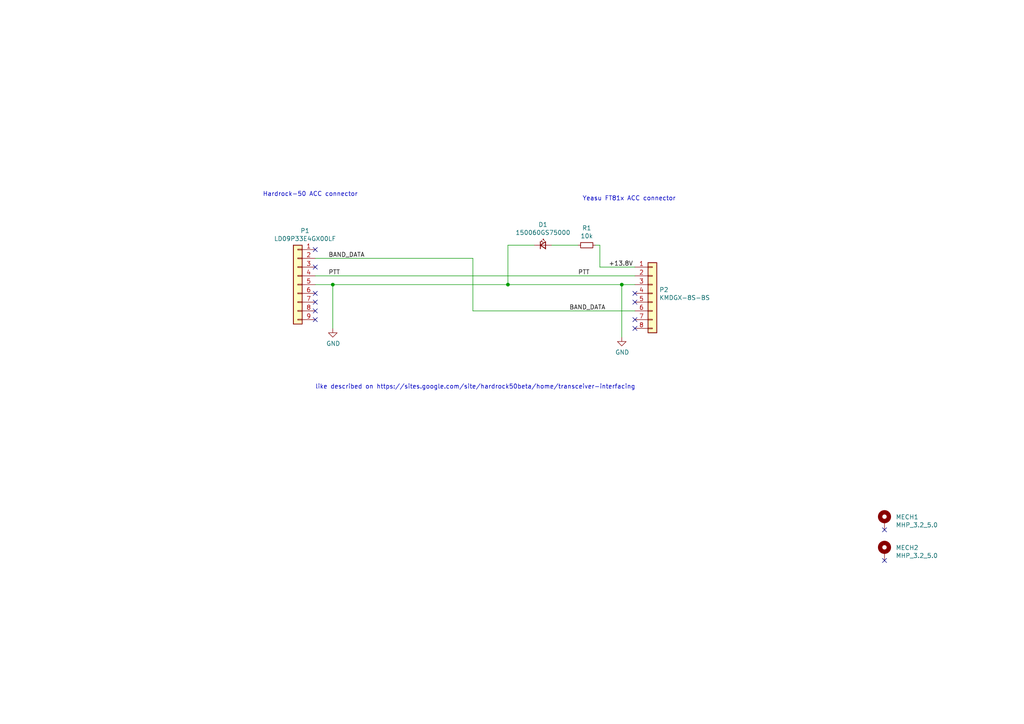
<source format=kicad_sch>
(kicad_sch (version 20211123) (generator eeschema)
  (paper "A4")
  (title_block (title "Hardrock HF50 to Yaesu FT81x adapter") (date "2023-04-08") (rev "2") (company "generationmake"))
  (lib_symbols
    (symbol "Connector_Generic:Conn_01x08" (pin_names (offset 1.016) hide)
      (property "Reference" "J" (at 0 10.16 0))
      (property "Value" "Conn_01x08" (at 0 -12.7 0))
      (symbol "Conn_01x08_1_1"
        (rectangle (start -1.27 -10.033) (end 0 -10.287) (stroke (width 0.1524)))
        (rectangle (start -1.27 -7.493) (end 0 -7.747) (stroke (width 0.1524)))
        (rectangle (start -1.27 -4.953) (end 0 -5.207) (stroke (width 0.1524)))
        (rectangle (start -1.27 -2.413) (end 0 -2.667) (stroke (width 0.1524)))
        (rectangle (start -1.27 0.127) (end 0 -0.127) (stroke (width 0.1524)))
        (rectangle (start -1.27 2.667) (end 0 2.413) (stroke (width 0.1524)))
        (rectangle (start -1.27 5.207) (end 0 4.953) (stroke (width 0.1524)))
        (rectangle (start -1.27 7.747) (end 0 7.493) (stroke (width 0.1524)))
        (rectangle (start -1.27 8.89) (end 1.27 -11.43) (stroke (width 0.254)) (fill (type background)))
        (pin passive line (at -5.08 7.62 0) (length 3.81) (name "Pin_1") (number "1"))
        (pin passive line (at -5.08 5.08 0) (length 3.81) (name "Pin_2") (number "2"))
        (pin passive line (at -5.08 2.54 0) (length 3.81) (name "Pin_3") (number "3"))
        (pin passive line (at -5.08 0 0) (length 3.81) (name "Pin_4") (number "4"))
        (pin passive line (at -5.08 -2.54 0) (length 3.81) (name "Pin_5") (number "5"))
        (pin passive line (at -5.08 -5.08 0) (length 3.81) (name "Pin_6") (number "6"))
        (pin passive line (at -5.08 -7.62 0) (length 3.81) (name "Pin_7") (number "7"))
        (pin passive line (at -5.08 -10.16 0) (length 3.81) (name "Pin_8") (number "8"))
      )
    )
    (symbol "Connector_Generic:Conn_01x09" (pin_names (offset 1.016) hide)
      (property "Reference" "J" (at 0 12.7 0))
      (property "Value" "Conn_01x09" (at 0 -12.7 0))
      (symbol "Conn_01x09_1_1"
        (rectangle (start -1.27 -10.033) (end 0 -10.287) (stroke (width 0.1524)))
        (rectangle (start -1.27 -7.493) (end 0 -7.747) (stroke (width 0.1524)))
        (rectangle (start -1.27 -4.953) (end 0 -5.207) (stroke (width 0.1524)))
        (rectangle (start -1.27 -2.413) (end 0 -2.667) (stroke (width 0.1524)))
        (rectangle (start -1.27 0.127) (end 0 -0.127) (stroke (width 0.1524)))
        (rectangle (start -1.27 2.667) (end 0 2.413) (stroke (width 0.1524)))
        (rectangle (start -1.27 5.207) (end 0 4.953) (stroke (width 0.1524)))
        (rectangle (start -1.27 7.747) (end 0 7.493) (stroke (width 0.1524)))
        (rectangle (start -1.27 10.287) (end 0 10.033) (stroke (width 0.1524)))
        (rectangle (start -1.27 11.43) (end 1.27 -11.43) (stroke (width 0.254)) (fill (type background)))
        (pin passive line (at -5.08 10.16 0) (length 3.81) (name "Pin_1") (number "1"))
        (pin passive line (at -5.08 7.62 0) (length 3.81) (name "Pin_2") (number "2"))
        (pin passive line (at -5.08 5.08 0) (length 3.81) (name "Pin_3") (number "3"))
        (pin passive line (at -5.08 2.54 0) (length 3.81) (name "Pin_4") (number "4"))
        (pin passive line (at -5.08 0 0) (length 3.81) (name "Pin_5") (number "5"))
        (pin passive line (at -5.08 -2.54 0) (length 3.81) (name "Pin_6") (number "6"))
        (pin passive line (at -5.08 -5.08 0) (length 3.81) (name "Pin_7") (number "7"))
        (pin passive line (at -5.08 -7.62 0) (length 3.81) (name "Pin_8") (number "8"))
        (pin passive line (at -5.08 -10.16 0) (length 3.81) (name "Pin_9") (number "9"))
      )
    )
    (symbol "Device:LED_Small" (pin_numbers hide) (pin_names (offset 0.254) hide)
      (property "Reference" "D" (at -1.27 3.175 0))
      (property "Value" "LED_Small" (at -4.445 -2.54 0))
      (symbol "LED_Small_0_1"
        (polyline (pts (xy -0.762 -1.016) (xy -0.762 1.016)) (stroke (width 0.254)))
        (polyline (pts (xy 1.016 0) (xy -0.762 0)))
        (polyline (pts (xy 0.762 -1.016) (xy -0.762 0) (xy 0.762 1.016) (xy 0.762 -1.016)) (stroke (width 0.254)))
        (polyline (pts (xy 0 0.762) (xy -0.508 1.27) (xy -0.254 1.27) (xy -0.508 1.27) (xy -0.508 1.016)))
        (polyline (pts (xy 0.508 1.27) (xy 0 1.778) (xy 0.254 1.778) (xy 0 1.778) (xy 0 1.524)))
      )
      (symbol "LED_Small_1_1"
        (pin passive line (at -2.54 0 0) (length 1.778) (name "K") (number "1"))
        (pin passive line (at 2.54 0 180) (length 1.778) (name "A") (number "2"))
      )
    )
    (symbol "Device:R_Small" (pin_numbers hide) (pin_names (offset 0.254) hide)
      (property "Reference" "R" (at 0.762 0.508 0))
      (property "Value" "R_Small" (at 0.762 -1.016 0))
      (symbol "R_Small_0_1"
        (rectangle (start -0.762 1.778) (end 0.762 -1.778) (stroke (width 0.2032)))
      )
      (symbol "R_Small_1_1"
        (pin passive line (at 0 2.54 270) (length 0.762) (name "~") (number "1"))
        (pin passive line (at 0 -2.54 90) (length 0.762) (name "~") (number "2"))
      )
    )
    (symbol "Mechanical:MountingHole_Pad" (pin_numbers hide) (pin_names (offset 1.016) hide)
      (property "Reference" "H" (at 0 6.35 0))
      (property "Value" "MountingHole_Pad" (at 0 4.445 0))
      (symbol "MountingHole_Pad_0_1"
        (circle (center 0 1.27) (radius 1.27) (stroke (width 1.27)))
      )
      (symbol "MountingHole_Pad_1_1"
        (pin input line (at 0 -2.54 90) (length 2.54) (name "1") (number "1"))
      )
    )
    (symbol "power:GND" (power) (pin_names (offset 0))
      (property "Value" "GND" (at 0 -3.81 0))
      (symbol "GND_0_1"
        (polyline (pts (xy 0 0) (xy 0 -1.27) (xy 1.27 -1.27) (xy 0 -2.54) (xy -1.27 -1.27) (xy 0 -1.27)))
      )
      (symbol "GND_1_1"
        (pin power_in line (at 0 0 270) (length 0) hide (name "GND") (number "1"))
      )
    )
  )
  (junction (at 96.52 82.55))
  (junction (at 147.32 82.55))
  (junction (at 180.34 82.55))
  (no_connect (at 256.54 162.56))
  (no_connect (at 91.44 77.47))
  (no_connect (at 91.44 90.17))
  (no_connect (at 184.15 95.25))
  (no_connect (at 184.15 87.63))
  (no_connect (at 256.54 153.67))
  (no_connect (at 91.44 92.71))
  (no_connect (at 91.44 72.39))
  (no_connect (at 91.44 85.09))
  (no_connect (at 184.15 92.71))
  (no_connect (at 184.15 85.09))
  (no_connect (at 91.44 87.63))
  (wire (pts (xy 96.52 82.55) (xy 96.52 95.25)))
  (wire (pts (xy 147.32 71.12) (xy 147.32 82.55)))
  (wire (pts (xy 184.15 82.55) (xy 180.34 82.55)))
  (wire (pts (xy 154.94 71.12) (xy 147.32 71.12)))
  (wire (pts (xy 180.34 82.55) (xy 180.34 97.79)))
  (wire (pts (xy 167.64 71.12) (xy 160.02 71.12)))
  (wire (pts (xy 91.44 82.55) (xy 96.52 82.55)))
  (wire (pts (xy 184.15 77.47) (xy 173.99 77.47)))
  (wire (pts (xy 147.32 82.55) (xy 96.52 82.55)))
  (wire (pts (xy 173.99 71.12) (xy 172.72 71.12)))
  (wire (pts (xy 137.16 90.17) (xy 184.15 90.17)))
  (wire (pts (xy 91.44 80.01) (xy 184.15 80.01)))
  (wire (pts (xy 173.99 77.47) (xy 173.99 71.12)))
  (wire (pts (xy 91.44 74.93) (xy 137.16 74.93)))
  (wire (pts (xy 180.34 82.55) (xy 147.32 82.55)))
  (wire (pts (xy 137.16 90.17) (xy 137.16 74.93)))
  (text "Yeasu FT81x ACC connector" (at 168.91 58.42 0) (effects (font (size 1.27 1.27)) (justify left bottom)))
  (text "like described on https://sites.google.com/site/hardrock50beta/home/transceiver-interfacing" (at 91.44 113.03 0) (effects (font (size 1.27 1.27)) (justify left bottom)))
  (text "Hardrock-50 ACC connector" (at 76.2 57.15 0) (effects (font (size 1.27 1.27)) (justify left bottom)))
  (label "BAND_DATA" (at 165.1 90.17 0))
  (label "+13.8V" (at 176.53 77.47 0))
  (label "PTT" (at 95.25 80.01 0))
  (label "PTT" (at 167.64 80.01 0))
  (label "BAND_DATA" (at 95.25 74.93 0))
  (symbol (lib_id "Connector_Generic:Conn_01x09") (at 86.36 82.55 0) (mirror y) (unit 1)
    (property "Reference" "P1" (at 88.4682 66.929 0))
    (property "Value" "LD09P33E4GX00LF" (at 88.4682 69.2404 0))
    (property "Footprint" "Connector_Dsub:DSUB-9_Male_Horizontal_P2.77x2.84mm_EdgePinOffset7.70mm_Housed_MountingHolesOffset9.12mm" (effects hide))
  )
  (symbol (lib_id "Connector_Generic:Conn_01x08") (at 189.23 85.09 0) (unit 1)
    (property "Reference" "P2" (at 191.2112 84.0486 0) (effects (justify left)))
    (property "Value" "KMDGX-8S-BS" (at 191.2112 86.36 0) (effects (justify left)))
    (property "Footprint" "mechanical-connectors:MiniDIN_8" (effects hide))
  )
  (symbol (lib_id "power:GND") (at 96.52 95.25 0) (unit 1)
    (property "Reference" "#PWR01" (effects hide))
    (property "Value" "GND" (at 96.647 99.6442 0))
  )
  (symbol (lib_id "power:GND") (at 180.34 97.79 0) (unit 1)
    (property "Reference" "#PWR02" (effects hide))
    (property "Value" "GND" (at 180.467 102.1842 0))
  )
  (symbol (lib_id "Device:R_Small") (at 170.18 71.12 270) (unit 1)
    (property "Reference" "R1" (at 170.18 66.1416 90))
    (property "Value" "10k" (at 170.18 68.453 90))
    (property "Footprint" "Resistor_THT:R_Axial_DIN0207_L6.3mm_D2.5mm_P7.62mm_Horizontal" (effects hide))
  )
  (symbol (lib_id "Device:LED_Small") (at 157.48 71.12 0) (unit 1)
    (property "Reference" "D1" (at 157.48 65.151 0))
    (property "Value" "150060GS75000" (at 157.48 67.4624 0))
    (property "Footprint" "LED_THT:LED_D3.0mm" (effects hide))
  )
  (symbol (lib_id "Mechanical:MountingHole_Pad") (at 256.54 151.13 0) (unit 1)
    (property "Reference" "MECH1" (at 259.7912 149.9616 0) (effects (justify left)))
    (property "Value" "MHP_3.2_5.0" (at 259.7912 152.273 0) (effects (justify left)))
    (property "Footprint" "MECH_mounting_holes:MHP_3.2_5.0" (effects hide))
  )
  (symbol (lib_id "Mechanical:MountingHole_Pad") (at 256.54 160.02 0) (unit 1)
    (property "Reference" "MECH2" (at 259.7912 158.8516 0) (effects (justify left)))
    (property "Value" "MHP_3.2_5.0" (at 259.7912 161.163 0) (effects (justify left)))
    (property "Footprint" "MECH_mounting_holes:MHP_3.2_5.0" (effects hide))
  )
)
</source>
